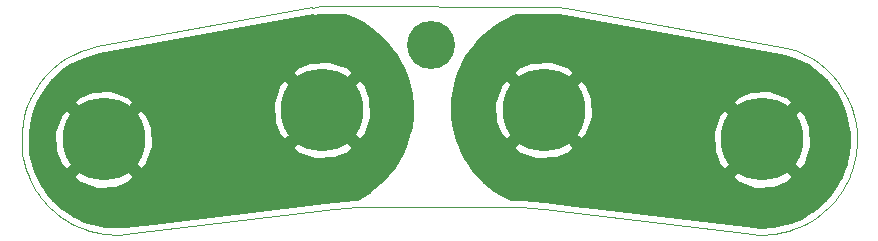
<source format=gbl>
G04 (created by PCBNEW (2013-07-07 BZR 4022)-stable) date 17/04/2014 10:39:57*
%MOIN*%
G04 Gerber Fmt 3.4, Leading zero omitted, Abs format*
%FSLAX34Y34*%
G01*
G70*
G90*
G04 APERTURE LIST*
%ADD10C,0.00590551*%
%ADD11C,0.00393701*%
%ADD12C,0.275591*%
%ADD13C,0.16*%
%ADD14C,0.01*%
G04 APERTURE END LIST*
G54D10*
G54D11*
X8421Y-2259D02*
X13940Y-2263D01*
X7234Y4429D02*
X6944Y4393D01*
X15118Y4419D02*
X7234Y4429D01*
X6943Y4394D02*
X-221Y3095D01*
X-221Y3095D02*
X-536Y3016D01*
X-536Y3016D02*
X-772Y2937D01*
X-772Y2937D02*
X-1008Y2819D01*
X-1008Y2819D02*
X-1245Y2701D01*
X-1245Y2701D02*
X-1481Y2544D01*
X-1481Y2544D02*
X-1717Y2347D01*
X-1717Y2347D02*
X-1914Y2150D01*
X-1914Y2150D02*
X-2111Y1914D01*
X-2111Y1914D02*
X-2268Y1678D01*
X-2268Y1678D02*
X-2426Y1402D01*
X-2426Y1402D02*
X-2583Y1048D01*
X-2583Y1048D02*
X-2662Y772D01*
X-2662Y772D02*
X-2701Y536D01*
X-2701Y536D02*
X-2741Y260D01*
X-2741Y260D02*
X-2741Y-211D01*
X-2741Y-211D02*
X-2731Y-388D01*
X-2731Y-388D02*
X-2711Y-516D01*
X-2711Y-516D02*
X-2691Y-634D01*
X-2691Y-634D02*
X-2662Y-772D01*
X-2662Y-772D02*
X-2632Y-880D01*
X-2632Y-880D02*
X-2583Y-1038D01*
X-2583Y-1038D02*
X-2534Y-1166D01*
X-2534Y-1166D02*
X-2504Y-1235D01*
X-2504Y-1235D02*
X-2445Y-1373D01*
X-2445Y-1373D02*
X-2367Y-1520D01*
X-2367Y-1520D02*
X-2317Y-1609D01*
X-2317Y-1609D02*
X-2258Y-1707D01*
X-2258Y-1707D02*
X-2189Y-1806D01*
X-2189Y-1806D02*
X-2150Y-1865D01*
X-2150Y-1865D02*
X-2091Y-1943D01*
X-2091Y-1943D02*
X-2002Y-2062D01*
X-2002Y-2062D02*
X-1875Y-2199D01*
X-1875Y-2199D02*
X-1776Y-2298D01*
X-1776Y-2298D02*
X-1668Y-2396D01*
X-1668Y-2396D02*
X-1560Y-2495D01*
X-1560Y-2495D02*
X-1392Y-2613D01*
X-1392Y-2613D02*
X-1274Y-2691D01*
X-1274Y-2691D02*
X-1126Y-2780D01*
X-1126Y-2780D02*
X-989Y-2849D01*
X-989Y-2849D02*
X-812Y-2928D01*
X-812Y-2928D02*
X-634Y-2997D01*
X-634Y-2997D02*
X-477Y-3046D01*
X-477Y-3046D02*
X-290Y-3095D01*
X-290Y-3095D02*
X-142Y-3125D01*
X-142Y-3125D02*
X-4Y-3144D01*
X-4Y-3144D02*
X162Y-3164D01*
X162Y-3164D02*
X329Y-3174D01*
X329Y-3174D02*
X536Y-3174D01*
X536Y-3174D02*
X703Y-3164D01*
X703Y-3164D02*
X7682Y-2327D01*
X7682Y-2327D02*
X8075Y-2278D01*
X8075Y-2278D02*
X8420Y-2258D01*
X15423Y4389D02*
X15118Y4419D01*
X14281Y-2283D02*
X13937Y-2263D01*
X14675Y-2332D02*
X14281Y-2283D01*
X21653Y-3169D02*
X14675Y-2332D01*
X21820Y-3179D02*
X21653Y-3169D01*
X22027Y-3179D02*
X21820Y-3179D01*
X22194Y-3169D02*
X22027Y-3179D01*
X22362Y-3149D02*
X22194Y-3169D01*
X22500Y-3129D02*
X22362Y-3149D01*
X22647Y-3100D02*
X22500Y-3129D01*
X22834Y-3051D02*
X22647Y-3100D01*
X22992Y-3001D02*
X22834Y-3051D01*
X23169Y-2933D02*
X22992Y-3001D01*
X23346Y-2854D02*
X23169Y-2933D01*
X23484Y-2785D02*
X23346Y-2854D01*
X23631Y-2696D02*
X23484Y-2785D01*
X23750Y-2618D02*
X23631Y-2696D01*
X23917Y-2500D02*
X23750Y-2618D01*
X24025Y-2401D02*
X23917Y-2500D01*
X24133Y-2303D02*
X24025Y-2401D01*
X24232Y-2204D02*
X24133Y-2303D01*
X24360Y-2066D02*
X24232Y-2204D01*
X24448Y-1948D02*
X24360Y-2066D01*
X24507Y-1870D02*
X24448Y-1948D01*
X24547Y-1811D02*
X24507Y-1870D01*
X24616Y-1712D02*
X24547Y-1811D01*
X24675Y-1614D02*
X24616Y-1712D01*
X24724Y-1525D02*
X24675Y-1614D01*
X24803Y-1377D02*
X24724Y-1525D01*
X24862Y-1240D02*
X24803Y-1377D01*
X24891Y-1171D02*
X24862Y-1240D01*
X24940Y-1043D02*
X24891Y-1171D01*
X24990Y-885D02*
X24940Y-1043D01*
X25019Y-777D02*
X24990Y-885D01*
X25049Y-639D02*
X25019Y-777D01*
X25068Y-521D02*
X25049Y-639D01*
X25088Y-393D02*
X25068Y-521D01*
X25098Y-216D02*
X25088Y-393D01*
X25098Y255D02*
X25098Y-216D01*
X25059Y531D02*
X25098Y255D01*
X25019Y767D02*
X25059Y531D01*
X24940Y1043D02*
X25019Y767D01*
X24783Y1397D02*
X24940Y1043D01*
X24625Y1673D02*
X24783Y1397D01*
X24468Y1909D02*
X24625Y1673D01*
X24271Y2145D02*
X24468Y1909D01*
X24074Y2342D02*
X24271Y2145D01*
X23838Y2539D02*
X24074Y2342D01*
X23602Y2696D02*
X23838Y2539D01*
X23366Y2814D02*
X23602Y2696D01*
X23129Y2933D02*
X23366Y2814D01*
X22893Y3011D02*
X23129Y2933D01*
X22578Y3090D02*
X22893Y3011D01*
X15413Y4389D02*
X22578Y3090D01*
G54D12*
X7283Y984D03*
X0Y0D03*
X14665Y984D03*
X21948Y0D03*
G54D13*
X10925Y3149D03*
G54D10*
G36*
X24828Y-210D02*
X24820Y-364D01*
X24802Y-480D01*
X24802Y-481D01*
X24784Y-589D01*
X24757Y-715D01*
X24730Y-813D01*
X24686Y-953D01*
X24641Y-1069D01*
X24614Y-1133D01*
X24614Y-1133D01*
X24559Y-1261D01*
X24486Y-1398D01*
X24486Y-1398D01*
X24440Y-1481D01*
X24389Y-1565D01*
X24326Y-1656D01*
X24325Y-1659D01*
X24322Y-1661D01*
X24287Y-1714D01*
X24233Y-1786D01*
X24232Y-1787D01*
X24152Y-1894D01*
X24038Y-2017D01*
X23948Y-2106D01*
X23844Y-2201D01*
X23844Y-2202D01*
X23747Y-2289D01*
X23598Y-2395D01*
X23591Y-2399D01*
X23591Y-240D01*
X23558Y406D01*
X23374Y850D01*
X23179Y1018D01*
X22967Y806D01*
X22967Y1230D01*
X22799Y1425D01*
X22188Y1642D01*
X21542Y1609D01*
X21098Y1425D01*
X20930Y1230D01*
X21948Y212D01*
X22967Y1230D01*
X22967Y806D01*
X22160Y0D01*
X23179Y-1018D01*
X23374Y-850D01*
X23591Y-240D01*
X23591Y-2399D01*
X23489Y-2467D01*
X23355Y-2548D01*
X23233Y-2609D01*
X23068Y-2682D01*
X22967Y-2722D01*
X22967Y-1230D01*
X21948Y-212D01*
X21736Y-424D01*
X21736Y0D01*
X20718Y1018D01*
X20523Y850D01*
X20306Y240D01*
X20339Y-406D01*
X20523Y-850D01*
X20718Y-1018D01*
X21736Y0D01*
X21736Y-424D01*
X20930Y-1230D01*
X21098Y-1425D01*
X21708Y-1642D01*
X22355Y-1609D01*
X22799Y-1425D01*
X22967Y-1230D01*
X22967Y-2722D01*
X22904Y-2746D01*
X22757Y-2792D01*
X22586Y-2837D01*
X22453Y-2864D01*
X22326Y-2882D01*
X22172Y-2900D01*
X22019Y-2909D01*
X21827Y-2909D01*
X21700Y-2901D01*
X21686Y-2897D01*
X16307Y-2255D01*
X16307Y744D01*
X16274Y1391D01*
X16090Y1834D01*
X15895Y2002D01*
X15683Y1790D01*
X15683Y2214D01*
X15515Y2409D01*
X14905Y2626D01*
X14258Y2593D01*
X13815Y2409D01*
X13646Y2214D01*
X14665Y1196D01*
X15683Y2214D01*
X15683Y1790D01*
X14877Y984D01*
X15895Y-34D01*
X16090Y133D01*
X16307Y744D01*
X16307Y-2255D01*
X15683Y-2181D01*
X15683Y-246D01*
X14665Y772D01*
X14453Y559D01*
X14453Y984D01*
X13434Y2002D01*
X13239Y1834D01*
X13022Y1224D01*
X13056Y577D01*
X13239Y133D01*
X13434Y-34D01*
X14453Y984D01*
X14453Y559D01*
X13646Y-246D01*
X13815Y-441D01*
X14425Y-658D01*
X15072Y-624D01*
X15515Y-441D01*
X15683Y-246D01*
X15683Y-2181D01*
X14709Y-2065D01*
X14708Y-2064D01*
X14314Y-2015D01*
X14305Y-2016D01*
X14297Y-2014D01*
X13967Y-1995D01*
X13940Y-1990D01*
X13566Y-1990D01*
X13502Y-1959D01*
X13249Y-1830D01*
X13012Y-1679D01*
X12838Y-1547D01*
X12691Y-1416D01*
X12536Y-1260D01*
X12395Y-1107D01*
X12284Y-985D01*
X12200Y-851D01*
X12054Y-612D01*
X11977Y-480D01*
X11915Y-357D01*
X11837Y-169D01*
X11775Y-18D01*
X11732Y116D01*
X11694Y256D01*
X11667Y380D01*
X11640Y522D01*
X11620Y754D01*
X11616Y1043D01*
X11620Y1312D01*
X11640Y1501D01*
X11667Y1668D01*
X11698Y1834D01*
X11752Y2001D01*
X11815Y2219D01*
X11899Y2424D01*
X11977Y2582D01*
X12089Y2773D01*
X12194Y2939D01*
X12365Y3153D01*
X12450Y3253D01*
X12571Y3378D01*
X12679Y3490D01*
X12997Y3750D01*
X13206Y3882D01*
X13397Y3991D01*
X13576Y4076D01*
X13731Y4146D01*
X13735Y4148D01*
X15117Y4145D01*
X15126Y4147D01*
X15364Y4124D01*
X15365Y4124D01*
X22530Y2822D01*
X22539Y2822D01*
X22815Y2753D01*
X23025Y2683D01*
X23245Y2573D01*
X23246Y2573D01*
X23467Y2462D01*
X23677Y2322D01*
X23892Y2143D01*
X24072Y1963D01*
X24252Y1747D01*
X24396Y1532D01*
X24543Y1273D01*
X24686Y952D01*
X24756Y706D01*
X24792Y493D01*
X24792Y493D01*
X24828Y235D01*
X24828Y-210D01*
X24828Y-210D01*
G37*
G54D14*
X24828Y-210D02*
X24820Y-364D01*
X24802Y-480D01*
X24802Y-481D01*
X24784Y-589D01*
X24757Y-715D01*
X24730Y-813D01*
X24686Y-953D01*
X24641Y-1069D01*
X24614Y-1133D01*
X24614Y-1133D01*
X24559Y-1261D01*
X24486Y-1398D01*
X24486Y-1398D01*
X24440Y-1481D01*
X24389Y-1565D01*
X24326Y-1656D01*
X24325Y-1659D01*
X24322Y-1661D01*
X24287Y-1714D01*
X24233Y-1786D01*
X24232Y-1787D01*
X24152Y-1894D01*
X24038Y-2017D01*
X23948Y-2106D01*
X23844Y-2201D01*
X23844Y-2202D01*
X23747Y-2289D01*
X23598Y-2395D01*
X23591Y-2399D01*
X23591Y-240D01*
X23558Y406D01*
X23374Y850D01*
X23179Y1018D01*
X22967Y806D01*
X22967Y1230D01*
X22799Y1425D01*
X22188Y1642D01*
X21542Y1609D01*
X21098Y1425D01*
X20930Y1230D01*
X21948Y212D01*
X22967Y1230D01*
X22967Y806D01*
X22160Y0D01*
X23179Y-1018D01*
X23374Y-850D01*
X23591Y-240D01*
X23591Y-2399D01*
X23489Y-2467D01*
X23355Y-2548D01*
X23233Y-2609D01*
X23068Y-2682D01*
X22967Y-2722D01*
X22967Y-1230D01*
X21948Y-212D01*
X21736Y-424D01*
X21736Y0D01*
X20718Y1018D01*
X20523Y850D01*
X20306Y240D01*
X20339Y-406D01*
X20523Y-850D01*
X20718Y-1018D01*
X21736Y0D01*
X21736Y-424D01*
X20930Y-1230D01*
X21098Y-1425D01*
X21708Y-1642D01*
X22355Y-1609D01*
X22799Y-1425D01*
X22967Y-1230D01*
X22967Y-2722D01*
X22904Y-2746D01*
X22757Y-2792D01*
X22586Y-2837D01*
X22453Y-2864D01*
X22326Y-2882D01*
X22172Y-2900D01*
X22019Y-2909D01*
X21827Y-2909D01*
X21700Y-2901D01*
X21686Y-2897D01*
X16307Y-2255D01*
X16307Y744D01*
X16274Y1391D01*
X16090Y1834D01*
X15895Y2002D01*
X15683Y1790D01*
X15683Y2214D01*
X15515Y2409D01*
X14905Y2626D01*
X14258Y2593D01*
X13815Y2409D01*
X13646Y2214D01*
X14665Y1196D01*
X15683Y2214D01*
X15683Y1790D01*
X14877Y984D01*
X15895Y-34D01*
X16090Y133D01*
X16307Y744D01*
X16307Y-2255D01*
X15683Y-2181D01*
X15683Y-246D01*
X14665Y772D01*
X14453Y559D01*
X14453Y984D01*
X13434Y2002D01*
X13239Y1834D01*
X13022Y1224D01*
X13056Y577D01*
X13239Y133D01*
X13434Y-34D01*
X14453Y984D01*
X14453Y559D01*
X13646Y-246D01*
X13815Y-441D01*
X14425Y-658D01*
X15072Y-624D01*
X15515Y-441D01*
X15683Y-246D01*
X15683Y-2181D01*
X14709Y-2065D01*
X14708Y-2064D01*
X14314Y-2015D01*
X14305Y-2016D01*
X14297Y-2014D01*
X13967Y-1995D01*
X13940Y-1990D01*
X13566Y-1990D01*
X13502Y-1959D01*
X13249Y-1830D01*
X13012Y-1679D01*
X12838Y-1547D01*
X12691Y-1416D01*
X12536Y-1260D01*
X12395Y-1107D01*
X12284Y-985D01*
X12200Y-851D01*
X12054Y-612D01*
X11977Y-480D01*
X11915Y-357D01*
X11837Y-169D01*
X11775Y-18D01*
X11732Y116D01*
X11694Y256D01*
X11667Y380D01*
X11640Y522D01*
X11620Y754D01*
X11616Y1043D01*
X11620Y1312D01*
X11640Y1501D01*
X11667Y1668D01*
X11698Y1834D01*
X11752Y2001D01*
X11815Y2219D01*
X11899Y2424D01*
X11977Y2582D01*
X12089Y2773D01*
X12194Y2939D01*
X12365Y3153D01*
X12450Y3253D01*
X12571Y3378D01*
X12679Y3490D01*
X12997Y3750D01*
X13206Y3882D01*
X13397Y3991D01*
X13576Y4076D01*
X13731Y4146D01*
X13735Y4148D01*
X15117Y4145D01*
X15126Y4147D01*
X15364Y4124D01*
X15365Y4124D01*
X22530Y2822D01*
X22539Y2822D01*
X22815Y2753D01*
X23025Y2683D01*
X23245Y2573D01*
X23246Y2573D01*
X23467Y2462D01*
X23677Y2322D01*
X23892Y2143D01*
X24072Y1963D01*
X24252Y1747D01*
X24396Y1532D01*
X24543Y1273D01*
X24686Y952D01*
X24756Y706D01*
X24792Y493D01*
X24792Y493D01*
X24828Y235D01*
X24828Y-210D01*
G54D10*
G36*
X10264Y790D02*
X10226Y422D01*
X10148Y132D01*
X10031Y-218D01*
X9935Y-450D01*
X9799Y-703D01*
X9663Y-915D01*
X9431Y-1206D01*
X9217Y-1420D01*
X9022Y-1595D01*
X8925Y-1673D01*
X8925Y744D01*
X8892Y1391D01*
X8708Y1834D01*
X8514Y2002D01*
X8301Y1790D01*
X8301Y2214D01*
X8133Y2409D01*
X7523Y2626D01*
X6876Y2593D01*
X6433Y2409D01*
X6265Y2214D01*
X7283Y1196D01*
X8301Y2214D01*
X8301Y1790D01*
X7495Y984D01*
X8514Y-34D01*
X8708Y133D01*
X8925Y744D01*
X8925Y-1673D01*
X8828Y-1750D01*
X8497Y-1965D01*
X8455Y-1990D01*
X8421Y-1990D01*
X8416Y-1991D01*
X8404Y-1989D01*
X8301Y-1995D01*
X8301Y-246D01*
X7283Y772D01*
X7071Y559D01*
X7071Y984D01*
X6052Y2002D01*
X5857Y1834D01*
X5641Y1224D01*
X5674Y577D01*
X5857Y133D01*
X6052Y-34D01*
X7071Y984D01*
X7071Y559D01*
X6265Y-246D01*
X6433Y-441D01*
X7043Y-658D01*
X7690Y-624D01*
X8133Y-441D01*
X8301Y-246D01*
X8301Y-1995D01*
X8060Y-2009D01*
X8050Y-2011D01*
X8042Y-2011D01*
X7648Y-2060D01*
X7627Y-2067D01*
X1642Y-2780D01*
X1642Y-240D01*
X1609Y406D01*
X1425Y850D01*
X1230Y1018D01*
X1018Y806D01*
X1018Y1230D01*
X850Y1425D01*
X240Y1642D01*
X-406Y1609D01*
X-850Y1425D01*
X-1018Y1230D01*
X0Y212D01*
X1018Y1230D01*
X1018Y806D01*
X212Y0D01*
X1230Y-1018D01*
X1425Y-850D01*
X1642Y-240D01*
X1642Y-2780D01*
X1018Y-2855D01*
X1018Y-1230D01*
X0Y-212D01*
X-212Y-424D01*
X-212Y0D01*
X-1230Y1018D01*
X-1425Y850D01*
X-1642Y240D01*
X-1609Y-406D01*
X-1425Y-850D01*
X-1230Y-1018D01*
X-212Y0D01*
X-212Y-424D01*
X-1018Y-1230D01*
X-850Y-1425D01*
X-240Y-1642D01*
X406Y-1609D01*
X850Y-1425D01*
X1018Y-1230D01*
X1018Y-2855D01*
X681Y-2895D01*
X528Y-2904D01*
X336Y-2904D01*
X186Y-2895D01*
X32Y-2877D01*
X-96Y-2859D01*
X-227Y-2833D01*
X-405Y-2786D01*
X-547Y-2741D01*
X-710Y-2678D01*
X-875Y-2604D01*
X-998Y-2543D01*
X-1130Y-2463D01*
X-1238Y-2392D01*
X-1391Y-2284D01*
X-1486Y-2197D01*
X-1487Y-2197D01*
X-1590Y-2103D01*
X-1679Y-2013D01*
X-1795Y-1889D01*
X-1875Y-1782D01*
X-1875Y-1781D01*
X-1930Y-1709D01*
X-1965Y-1656D01*
X-1967Y-1654D01*
X-1969Y-1651D01*
X-2031Y-1561D01*
X-2083Y-1476D01*
X-2129Y-1393D01*
X-2129Y-1393D01*
X-2202Y-1256D01*
X-2257Y-1129D01*
X-2257Y-1128D01*
X-2285Y-1062D01*
X-2328Y-951D01*
X-2373Y-807D01*
X-2400Y-708D01*
X-2426Y-585D01*
X-2445Y-472D01*
X-2445Y-471D01*
X-2462Y-361D01*
X-2471Y-204D01*
X-2471Y241D01*
X-2435Y491D01*
X-2435Y491D01*
X-2398Y714D01*
X-2330Y954D01*
X-2184Y1282D01*
X-2041Y1533D01*
X-1894Y1753D01*
X-1715Y1968D01*
X-1535Y2148D01*
X-1319Y2328D01*
X-1109Y2467D01*
X-888Y2578D01*
X-888Y2578D01*
X-670Y2687D01*
X-459Y2758D01*
X-161Y2832D01*
X6963Y4127D01*
X6977Y4126D01*
X7249Y4159D01*
X8027Y4158D01*
X8306Y4048D01*
X8655Y3874D01*
X8925Y3681D01*
X9099Y3526D01*
X9490Y3135D01*
X9586Y3020D01*
X9740Y2808D01*
X9993Y2322D01*
X10129Y1934D01*
X10226Y1507D01*
X10264Y1158D01*
X10264Y790D01*
X10264Y790D01*
G37*
G54D14*
X10264Y790D02*
X10226Y422D01*
X10148Y132D01*
X10031Y-218D01*
X9935Y-450D01*
X9799Y-703D01*
X9663Y-915D01*
X9431Y-1206D01*
X9217Y-1420D01*
X9022Y-1595D01*
X8925Y-1673D01*
X8925Y744D01*
X8892Y1391D01*
X8708Y1834D01*
X8514Y2002D01*
X8301Y1790D01*
X8301Y2214D01*
X8133Y2409D01*
X7523Y2626D01*
X6876Y2593D01*
X6433Y2409D01*
X6265Y2214D01*
X7283Y1196D01*
X8301Y2214D01*
X8301Y1790D01*
X7495Y984D01*
X8514Y-34D01*
X8708Y133D01*
X8925Y744D01*
X8925Y-1673D01*
X8828Y-1750D01*
X8497Y-1965D01*
X8455Y-1990D01*
X8421Y-1990D01*
X8416Y-1991D01*
X8404Y-1989D01*
X8301Y-1995D01*
X8301Y-246D01*
X7283Y772D01*
X7071Y559D01*
X7071Y984D01*
X6052Y2002D01*
X5857Y1834D01*
X5641Y1224D01*
X5674Y577D01*
X5857Y133D01*
X6052Y-34D01*
X7071Y984D01*
X7071Y559D01*
X6265Y-246D01*
X6433Y-441D01*
X7043Y-658D01*
X7690Y-624D01*
X8133Y-441D01*
X8301Y-246D01*
X8301Y-1995D01*
X8060Y-2009D01*
X8050Y-2011D01*
X8042Y-2011D01*
X7648Y-2060D01*
X7627Y-2067D01*
X1642Y-2780D01*
X1642Y-240D01*
X1609Y406D01*
X1425Y850D01*
X1230Y1018D01*
X1018Y806D01*
X1018Y1230D01*
X850Y1425D01*
X240Y1642D01*
X-406Y1609D01*
X-850Y1425D01*
X-1018Y1230D01*
X0Y212D01*
X1018Y1230D01*
X1018Y806D01*
X212Y0D01*
X1230Y-1018D01*
X1425Y-850D01*
X1642Y-240D01*
X1642Y-2780D01*
X1018Y-2855D01*
X1018Y-1230D01*
X0Y-212D01*
X-212Y-424D01*
X-212Y0D01*
X-1230Y1018D01*
X-1425Y850D01*
X-1642Y240D01*
X-1609Y-406D01*
X-1425Y-850D01*
X-1230Y-1018D01*
X-212Y0D01*
X-212Y-424D01*
X-1018Y-1230D01*
X-850Y-1425D01*
X-240Y-1642D01*
X406Y-1609D01*
X850Y-1425D01*
X1018Y-1230D01*
X1018Y-2855D01*
X681Y-2895D01*
X528Y-2904D01*
X336Y-2904D01*
X186Y-2895D01*
X32Y-2877D01*
X-96Y-2859D01*
X-227Y-2833D01*
X-405Y-2786D01*
X-547Y-2741D01*
X-710Y-2678D01*
X-875Y-2604D01*
X-998Y-2543D01*
X-1130Y-2463D01*
X-1238Y-2392D01*
X-1391Y-2284D01*
X-1486Y-2197D01*
X-1487Y-2197D01*
X-1590Y-2103D01*
X-1679Y-2013D01*
X-1795Y-1889D01*
X-1875Y-1782D01*
X-1875Y-1781D01*
X-1930Y-1709D01*
X-1965Y-1656D01*
X-1967Y-1654D01*
X-1969Y-1651D01*
X-2031Y-1561D01*
X-2083Y-1476D01*
X-2129Y-1393D01*
X-2129Y-1393D01*
X-2202Y-1256D01*
X-2257Y-1129D01*
X-2257Y-1128D01*
X-2285Y-1062D01*
X-2328Y-951D01*
X-2373Y-807D01*
X-2400Y-708D01*
X-2426Y-585D01*
X-2445Y-472D01*
X-2445Y-471D01*
X-2462Y-361D01*
X-2471Y-204D01*
X-2471Y241D01*
X-2435Y491D01*
X-2435Y491D01*
X-2398Y714D01*
X-2330Y954D01*
X-2184Y1282D01*
X-2041Y1533D01*
X-1894Y1753D01*
X-1715Y1968D01*
X-1535Y2148D01*
X-1319Y2328D01*
X-1109Y2467D01*
X-888Y2578D01*
X-888Y2578D01*
X-670Y2687D01*
X-459Y2758D01*
X-161Y2832D01*
X6963Y4127D01*
X6977Y4126D01*
X7249Y4159D01*
X8027Y4158D01*
X8306Y4048D01*
X8655Y3874D01*
X8925Y3681D01*
X9099Y3526D01*
X9490Y3135D01*
X9586Y3020D01*
X9740Y2808D01*
X9993Y2322D01*
X10129Y1934D01*
X10226Y1507D01*
X10264Y1158D01*
X10264Y790D01*
M02*

</source>
